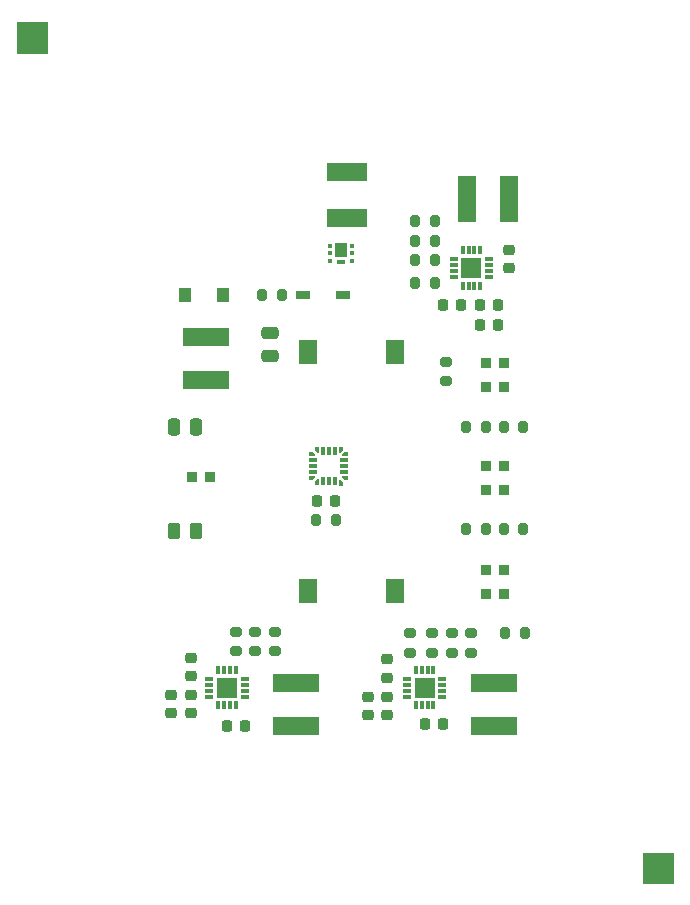
<source format=gbr>
%TF.GenerationSoftware,KiCad,Pcbnew,7.0.7*%
%TF.CreationDate,2023-10-29T23:24:32-05:00*%
%TF.ProjectId,1016 Breadboard Power Supply,31303136-2042-4726-9561-64626f617264,1*%
%TF.SameCoordinates,Original*%
%TF.FileFunction,Paste,Top*%
%TF.FilePolarity,Positive*%
%FSLAX46Y46*%
G04 Gerber Fmt 4.6, Leading zero omitted, Abs format (unit mm)*
G04 Created by KiCad (PCBNEW 7.0.7) date 2023-10-29 23:24:32*
%MOMM*%
%LPD*%
G01*
G04 APERTURE LIST*
G04 Aperture macros list*
%AMRoundRect*
0 Rectangle with rounded corners*
0 $1 Rounding radius*
0 $2 $3 $4 $5 $6 $7 $8 $9 X,Y pos of 4 corners*
0 Add a 4 corners polygon primitive as box body*
4,1,4,$2,$3,$4,$5,$6,$7,$8,$9,$2,$3,0*
0 Add four circle primitives for the rounded corners*
1,1,$1+$1,$2,$3*
1,1,$1+$1,$4,$5*
1,1,$1+$1,$6,$7*
1,1,$1+$1,$8,$9*
0 Add four rect primitives between the rounded corners*
20,1,$1+$1,$2,$3,$4,$5,0*
20,1,$1+$1,$4,$5,$6,$7,0*
20,1,$1+$1,$6,$7,$8,$9,0*
20,1,$1+$1,$8,$9,$2,$3,0*%
%AMFreePoly0*
4,1,8,0.325000,0.000126,0.325000,-0.149874,0.175000,-0.149874,0.175000,-0.150126,-0.175000,-0.150126,-0.175000,0.150126,0.175000,0.150126,0.325000,0.000126,0.325000,0.000126,$1*%
%AMFreePoly1*
4,1,6,0.250000,0.000000,0.100000,-0.150000,-0.250000,-0.150000,-0.250000,0.150000,0.250000,0.150000,0.250000,0.000000,0.250000,0.000000,$1*%
%AMFreePoly2*
4,1,6,0.250000,0.000000,0.250000,-0.150000,-0.250000,-0.150000,-0.250000,0.150000,0.100000,0.150000,0.250000,0.000000,0.250000,0.000000,$1*%
%AMFreePoly3*
4,1,6,0.250000,-0.150000,-0.100000,-0.150000,-0.250000,0.000000,-0.250000,0.150000,0.250000,0.150000,0.250000,-0.150000,0.250000,-0.150000,$1*%
%AMFreePoly4*
4,1,6,0.250000,-0.150000,-0.250000,-0.150000,-0.250000,0.000000,-0.100000,0.150000,0.250000,0.150000,0.250000,-0.150000,0.250000,-0.150000,$1*%
G04 Aperture macros list end*
%ADD10C,0.120000*%
%ADD11R,1.650000X2.100000*%
%ADD12RoundRect,0.200000X0.275000X-0.200000X0.275000X0.200000X-0.275000X0.200000X-0.275000X-0.200000X0*%
%ADD13RoundRect,0.200000X-0.275000X0.200000X-0.275000X-0.200000X0.275000X-0.200000X0.275000X0.200000X0*%
%ADD14RoundRect,0.200000X-0.200000X-0.275000X0.200000X-0.275000X0.200000X0.275000X-0.200000X0.275000X0*%
%ADD15R,4.000000X1.500000*%
%ADD16RoundRect,0.250000X-0.262500X-0.450000X0.262500X-0.450000X0.262500X0.450000X-0.262500X0.450000X0*%
%ADD17R,0.950000X0.950000*%
%ADD18RoundRect,0.225000X-0.250000X0.225000X-0.250000X-0.225000X0.250000X-0.225000X0.250000X0.225000X0*%
%ADD19RoundRect,0.250000X0.250000X0.475000X-0.250000X0.475000X-0.250000X-0.475000X0.250000X-0.475000X0*%
%ADD20RoundRect,0.225000X-0.225000X-0.250000X0.225000X-0.250000X0.225000X0.250000X-0.225000X0.250000X0*%
%ADD21R,1.750000X1.750000*%
%ADD22R,0.300000X0.800000*%
%ADD23R,0.800000X0.300000*%
%ADD24RoundRect,0.200000X0.200000X0.275000X-0.200000X0.275000X-0.200000X-0.275000X0.200000X-0.275000X0*%
%ADD25R,1.500000X4.000000*%
%ADD26R,3.403600X1.549400*%
%ADD27RoundRect,0.225000X0.225000X0.250000X-0.225000X0.250000X-0.225000X-0.250000X0.225000X-0.250000X0*%
%ADD28RoundRect,0.250000X-0.475000X0.250000X-0.475000X-0.250000X0.475000X-0.250000X0.475000X0.250000X0*%
%ADD29FreePoly0,90.000000*%
%ADD30R,0.300000X0.700000*%
%ADD31FreePoly1,90.000000*%
%ADD32FreePoly2,180.000000*%
%ADD33R,0.700000X0.300000*%
%ADD34FreePoly1,180.000000*%
%ADD35FreePoly3,90.000000*%
%ADD36FreePoly4,90.000000*%
%ADD37FreePoly3,180.000000*%
%ADD38FreePoly4,180.000000*%
%ADD39R,1.092200X1.193800*%
%ADD40R,0.430000X0.350000*%
%ADD41R,1.100000X1.250000*%
%ADD42R,0.660000X0.350000*%
%ADD43R,1.200000X0.750000*%
G04 APERTURE END LIST*
D10*
X90005000Y-130391000D02*
X92555000Y-130391000D01*
X92555000Y-130391000D02*
X92555000Y-132941000D01*
X92555000Y-132941000D02*
X90005000Y-132941000D01*
X90005000Y-132941000D02*
X90005000Y-130391000D01*
G36*
X90005000Y-130391000D02*
G01*
X92555000Y-130391000D01*
X92555000Y-132941000D01*
X90005000Y-132941000D01*
X90005000Y-130391000D01*
G37*
X36985000Y-60099000D02*
X39535000Y-60099000D01*
X39535000Y-60099000D02*
X39535000Y-62649000D01*
X39535000Y-62649000D02*
X36985000Y-62649000D01*
X36985000Y-62649000D02*
X36985000Y-60099000D01*
G36*
X36985000Y-60099000D02*
G01*
X39535000Y-60099000D01*
X39535000Y-62649000D01*
X36985000Y-62649000D01*
X36985000Y-60099000D01*
G37*
D11*
X68953000Y-108204000D03*
X61603000Y-108204000D03*
X68953000Y-88011000D03*
X61603000Y-88011000D03*
D12*
X58801000Y-113325000D03*
X58801000Y-111675000D03*
D13*
X75438000Y-111824000D03*
X75438000Y-113474000D03*
D14*
X70676000Y-76949000D03*
X72326000Y-76949000D03*
D15*
X52959000Y-86741000D03*
X52959000Y-90341000D03*
D14*
X70676000Y-78600000D03*
X72326000Y-78600000D03*
D16*
X50268500Y-103124000D03*
X52093500Y-103124000D03*
D14*
X70676000Y-82156000D03*
X72326000Y-82156000D03*
D17*
X78220000Y-90932000D03*
X76720000Y-90932000D03*
X53328000Y-98552000D03*
X51828000Y-98552000D03*
D18*
X66675000Y-117208000D03*
X66675000Y-118758000D03*
D14*
X74994000Y-102997000D03*
X76644000Y-102997000D03*
D17*
X78220000Y-99695000D03*
X76720000Y-99695000D03*
D19*
X52131000Y-94361000D03*
X50231000Y-94361000D03*
D13*
X57150000Y-111675000D03*
X57150000Y-113325000D03*
D20*
X62344000Y-100584000D03*
X63894000Y-100584000D03*
D15*
X60579000Y-119656000D03*
X60579000Y-116056000D03*
D17*
X78220000Y-97663000D03*
X76720000Y-97663000D03*
D12*
X55499000Y-113325000D03*
X55499000Y-111675000D03*
D17*
X78220000Y-108458000D03*
X76720000Y-108458000D03*
D21*
X54761000Y-116425000D03*
D22*
X55511000Y-117925000D03*
X55011000Y-117925000D03*
X54511000Y-117925000D03*
X54011000Y-117925000D03*
D23*
X53261000Y-117175000D03*
X53261000Y-116675000D03*
X53261000Y-116175000D03*
X53261000Y-115675000D03*
D22*
X54011000Y-114925000D03*
X54511000Y-114925000D03*
X55011000Y-114925000D03*
X55511000Y-114925000D03*
D23*
X56261000Y-115675000D03*
X56261000Y-116175000D03*
X56261000Y-116675000D03*
X56261000Y-117175000D03*
D18*
X51689000Y-113884000D03*
X51689000Y-115434000D03*
D24*
X79819000Y-94361000D03*
X78169000Y-94361000D03*
D13*
X73787000Y-111824000D03*
X73787000Y-113474000D03*
D14*
X78296000Y-111760000D03*
X79946000Y-111760000D03*
D20*
X73012000Y-84061000D03*
X74562000Y-84061000D03*
D18*
X50038000Y-117059000D03*
X50038000Y-118609000D03*
D14*
X62294000Y-102235000D03*
X63944000Y-102235000D03*
D22*
X76200000Y-79375000D03*
X75700000Y-79375000D03*
X75200000Y-79375000D03*
X74700000Y-79375000D03*
D23*
X73950000Y-80125000D03*
X73950000Y-80625000D03*
X73950000Y-81125000D03*
X73950000Y-81625000D03*
D22*
X74700000Y-82375000D03*
X75200000Y-82375000D03*
X75700000Y-82375000D03*
X76200000Y-82375000D03*
D23*
X76950000Y-81625000D03*
X76950000Y-81125000D03*
X76950000Y-80625000D03*
X76950000Y-80125000D03*
D21*
X75450000Y-80875000D03*
D25*
X75035000Y-75057000D03*
X78635000Y-75057000D03*
D24*
X72326000Y-80251000D03*
X70676000Y-80251000D03*
D18*
X51689000Y-117059000D03*
X51689000Y-118609000D03*
D24*
X59372000Y-83185000D03*
X57722000Y-83185000D03*
D23*
X72978000Y-117178000D03*
X72978000Y-116678000D03*
X72978000Y-116178000D03*
X72978000Y-115678000D03*
D22*
X72228000Y-114928000D03*
X71728000Y-114928000D03*
X71228000Y-114928000D03*
X70728000Y-114928000D03*
D23*
X69978000Y-115678000D03*
X69978000Y-116178000D03*
X69978000Y-116678000D03*
X69978000Y-117178000D03*
D22*
X70728000Y-117928000D03*
X71228000Y-117928000D03*
X71728000Y-117928000D03*
X72228000Y-117928000D03*
D21*
X71478000Y-116428000D03*
D20*
X76187000Y-85712000D03*
X77737000Y-85712000D03*
D26*
X64897000Y-72732900D03*
X64897000Y-76619100D03*
D27*
X73038000Y-119507000D03*
X71488000Y-119507000D03*
D28*
X58420000Y-86426000D03*
X58420000Y-88326000D03*
D18*
X68326000Y-117208000D03*
X68326000Y-118758000D03*
X78613000Y-79362000D03*
X78613000Y-80912000D03*
D29*
X62372874Y-99138000D03*
D30*
X62872874Y-98963000D03*
X63373000Y-98963000D03*
X63873126Y-98963000D03*
D31*
X64373252Y-99063000D03*
D32*
X64773000Y-98663252D03*
D33*
X64673000Y-98163126D03*
X64673000Y-97663000D03*
X64673000Y-97162874D03*
D34*
X64773000Y-96662748D03*
D35*
X64373252Y-96263000D03*
D30*
X63873126Y-96363000D03*
X63373000Y-96363000D03*
X62872874Y-96363000D03*
D36*
X62372748Y-96263000D03*
D37*
X61973000Y-96662748D03*
D33*
X62073000Y-97162874D03*
X62073000Y-97663000D03*
X62073000Y-98163126D03*
D38*
X61973000Y-98663252D03*
D13*
X70231000Y-111824000D03*
X70231000Y-113474000D03*
D39*
X54444900Y-83185000D03*
X51219100Y-83185000D03*
D12*
X72136000Y-113474000D03*
X72136000Y-111824000D03*
D17*
X78220000Y-88900000D03*
X76720000Y-88900000D03*
D14*
X74994000Y-94361000D03*
X76644000Y-94361000D03*
D40*
X63500000Y-78994000D03*
X63500000Y-79644000D03*
X63500000Y-80294000D03*
X65370000Y-80294000D03*
X65370000Y-79644000D03*
X65370000Y-78994000D03*
D41*
X64435000Y-79359000D03*
D42*
X64435000Y-80419000D03*
D13*
X73279000Y-88837000D03*
X73279000Y-90487000D03*
D24*
X79819000Y-102997000D03*
X78169000Y-102997000D03*
D17*
X78220000Y-106426000D03*
X76720000Y-106426000D03*
D20*
X76187000Y-84061000D03*
X77737000Y-84061000D03*
D27*
X54724000Y-119634000D03*
X56274000Y-119634000D03*
D43*
X64565000Y-83185000D03*
X61165000Y-83185000D03*
D18*
X68326000Y-115583000D03*
X68326000Y-114033000D03*
D15*
X77330000Y-119656000D03*
X77330000Y-116056000D03*
M02*

</source>
